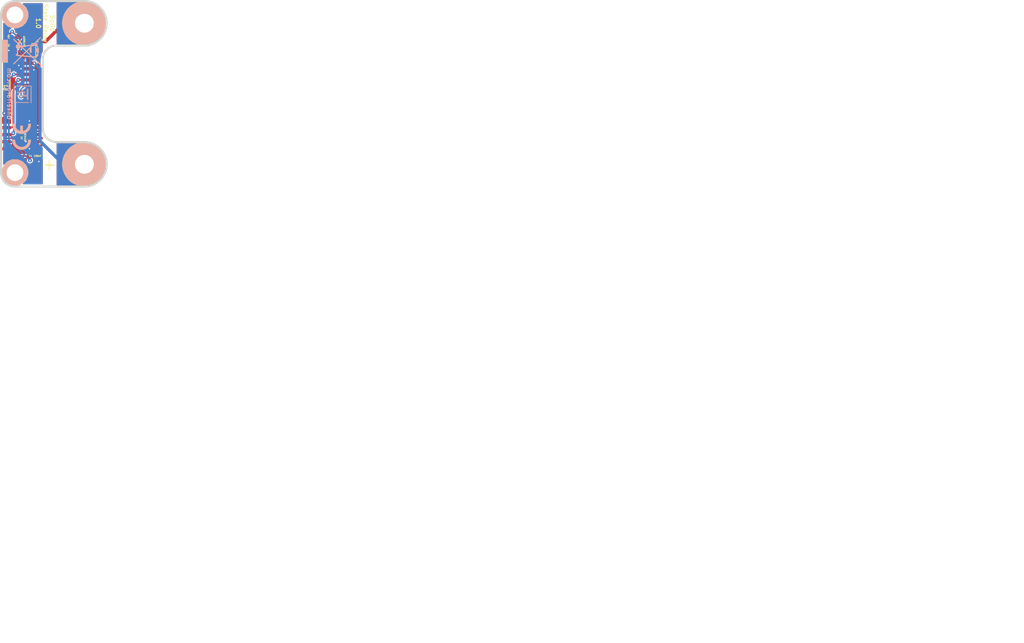
<source format=kicad_pcb>
(kicad_pcb (version 3) (host pcbnew "(2014-06-08 BZR 4933)-product")
  (title_block (title "Solid State Relay Bricklet") (rev 1.0) (company "Tinkerforge GmbH") (comment 1 "Licensed under CERN OHL v.1.1") (comment 2 "Copyright (©) 2014, B.Nordmeyer <bastian@tinkerforge.com>"))
  (layers (15 Vorderseite signal hide) (0 Rückseite signal hide) (18 B.Paste user) (19 F.Paste user) (20 B.SilkS user) (21 F.SilkS user) (22 B.Mask user hide) (23 F.Mask user hide) (28 Edge.Cuts user))
  (net 0 "")
  (net 1 +5V)
  (net 2 GND)
  (net 3 VCC)
  (net 4 "Net-(P1-Pad4)")
  (net 5 "Net-(P1-Pad5)")
  (net 6 "Net-(P1-Pad6)")
  (net 7 "Net-(P1-Pad7)")
  (net 8 "Net-(P1-Pad8)")
  (net 9 "Net-(P1-Pad9)")
  (net 10 "Net-(P1-Pad10)")
  (net 11 "Net-(P2-Pad1)")
  (net 12 "Net-(U1-Pad7)")
  (module SOT23GDS (layer Vorderseite) (at 102.6 56.8 90)
    (fp_text reference Q1 (at 0 -0.825 90) (layer F.SilkS) (effects (font (size 0.3 0.3) (thickness 0.075))))
    (fp_text value 2N7002P (at 0 0 90) (layer F.SilkS) (effects (font (size 0.3 0.3) (thickness 0.075))))
    (pad S smd rect (at -0.889 -1.016 90) (size 0.9144 0.9144) (layers Vorderseite F.Paste F.Mask) (net 2 GND))
    (pad G smd rect (at 0.889 -1.016 90) (size 0.9144 0.9144) (layers Vorderseite F.Paste F.Mask) (net 7 "Net-(P1-Pad7)"))
    (pad D smd rect (at 0 1.016 90) (size 0.9144 0.9144) (layers Vorderseite F.Paste F.Mask) (net 11 "Net-(P2-Pad1)"))
  )
  (module SOIC8 (layer Vorderseite) (at 102.1 74.2 90)
    (fp_text reference U1 (at 0.075 0 90) (layer F.SilkS) (effects (font (size 0.29972 0.29972) (thickness 0.0762))))
    (fp_text value M24C64 (at 0.25 0.65 90) (layer F.SilkS) (effects (font (size 0.29972 0.29972) (thickness 0.0762))))
    (pad 1 smd rect (at -1.90246 2.69748 270) (size 0.59944 1.5494) (layers Vorderseite F.Paste F.Mask) (net 2 GND))
    (pad 2 smd rect (at -0.63246 2.69748 270) (size 0.59944 1.5494) (layers Vorderseite F.Paste F.Mask) (net 2 GND))
    (pad 3 smd rect (at 0.63246 2.69748 270) (size 0.59944 1.5494) (layers Vorderseite F.Paste F.Mask) (net 6 "Net-(P1-Pad6)"))
    (pad 4 smd rect (at 1.90246 2.69748 270) (size 0.59944 1.5494) (layers Vorderseite F.Paste F.Mask) (net 2 GND))
    (pad 5 smd rect (at 1.90246 -2.69748 90) (size 0.59944 1.5494) (layers Vorderseite F.Paste F.Mask) (net 5 "Net-(P1-Pad5)"))
    (pad 6 smd rect (at 0.63246 -2.69748 90) (size 0.59944 1.5494) (layers Vorderseite F.Paste F.Mask) (net 4 "Net-(P1-Pad4)"))
    (pad 7 smd rect (at -0.63246 -2.69748 90) (size 0.59944 1.5494) (layers Vorderseite F.Paste F.Mask) (net 12 "Net-(U1-Pad7)"))
    (pad 8 smd rect (at -1.90246 -2.69748 90) (size 0.59944 1.5494) (layers Vorderseite F.Paste F.Mask) (net 3 VCC))
  )
  (module DRILL_NP (layer Vorderseite) (at 100.9 52)
    (fp_text reference U2 hide)
    (fp_text value DRILL hide)
    (pad "" np_thru_hole circle (at 0 0) (size 2.99974 2.99974) (drill 2.99974) (layers *.Cu *.Mask F.SilkS) (clearance 0.89916))
  )
  (module DRILL_NP (layer Vorderseite) (at 100.9 80.4)
    (fp_text reference U3 hide)
    (fp_text value DRILL hide)
    (pad "" np_thru_hole circle (at 0 0) (size 2.99974 2.99974) (drill 2.99974) (layers *.Cu *.Mask F.SilkS) (clearance 0.89916))
  )
  (module CON-SENSOR (layer Vorderseite) (at 98.4 65.2 270)
    (fp_text reference P1 (at -0.15 -0.8 270) (layer F.SilkS) (effects (font (size 0.59944 0.59944) (thickness 0.12446))))
    (fp_text value CON-SENSOR (at 0 -1.6002 270) (layer F.SilkS) (effects (font (size 0.29972 0.29972) (thickness 0.07112))))
    (pad 1 smd rect (at -4.50088 -4.7752 270) (size 0.59944 1.5494) (layers Vorderseite F.Paste F.Mask) (net 1 +5V))
    (pad 2 smd rect (at -3.50012 -4.7752 270) (size 0.59944 1.5494) (layers Vorderseite F.Paste F.Mask) (net 2 GND))
    (pad 3 smd rect (at -2.49936 -4.7752 270) (size 0.59944 1.5494) (layers Vorderseite F.Paste F.Mask) (net 3 VCC))
    (pad 4 smd rect (at -1.50114 -4.7752 270) (size 0.59944 1.5494) (layers Vorderseite F.Paste F.Mask) (net 4 "Net-(P1-Pad4)"))
    (pad 5 smd rect (at -0.50038 -4.7752 270) (size 0.59944 1.5494) (layers Vorderseite F.Paste F.Mask) (net 5 "Net-(P1-Pad5)"))
    (pad 6 smd rect (at 0.50038 -4.7752 270) (size 0.59944 1.5494) (layers Vorderseite F.Paste F.Mask) (net 6 "Net-(P1-Pad6)"))
    (pad 7 smd rect (at 1.50114 -4.7752 270) (size 0.59944 1.5494) (layers Vorderseite F.Paste F.Mask) (net 7 "Net-(P1-Pad7)"))
    (pad 8 smd rect (at 2.49936 -4.7752 270) (size 0.59944 1.5494) (layers Vorderseite F.Paste F.Mask) (net 8 "Net-(P1-Pad8)"))
    (pad 9 smd rect (at 3.50012 -4.7752 270) (size 0.59944 1.5494) (layers Vorderseite F.Paste F.Mask) (net 9 "Net-(P1-Pad9)"))
    (pad 10 smd rect (at 4.50088 -4.7752 270) (size 0.59944 1.5494) (layers Vorderseite F.Paste F.Mask) (net 10 "Net-(P1-Pad10)"))
    (pad EP smd rect (at -5.79882 -0.89916 270) (size 1.19888 1.80086) (layers Vorderseite F.Paste F.Mask) (net 2 GND))
    (pad EP smd rect (at 5.79882 -0.89916 270) (size 1.19888 1.80086) (layers Vorderseite F.Paste F.Mask) (net 2 GND))
  )
  (module 0603 (layer Vorderseite) (at 104.4 77.4)
    (fp_text reference C1 (at -0.7 0) (layer F.SilkS) (effects (font (size 0.29972 0.29972) (thickness 0.0762))))
    (fp_text value 100nF (at 0.575 0) (layer F.SilkS) (effects (font (size 0.29972 0.29972) (thickness 0.0762))))
    (pad 1 smd rect (at -0.8001 0) (size 0.8001 0.8001) (layers Vorderseite F.Paste F.Mask) (net 3 VCC))
    (pad 2 smd rect (at 0.8001 0) (size 0.8001 0.8001) (layers Vorderseite F.Paste F.Mask) (net 2 GND))
  )
  (module 0603 (layer Vorderseite) (at 99.8 56.8 270)
    (fp_text reference R1 (at 0.65 0 270) (layer F.SilkS) (effects (font (size 0.29972 0.29972) (thickness 0.0762))))
    (fp_text value 10k (at -0.9 0.025 270) (layer F.SilkS) (effects (font (size 0.29972 0.29972) (thickness 0.0762))))
    (pad 1 smd rect (at -0.8001 0 270) (size 0.8001 0.8001) (layers Vorderseite F.Paste F.Mask) (net 7 "Net-(P1-Pad7)"))
    (pad 2 smd rect (at 0.8001 0 270) (size 0.8001 0.8001) (layers Vorderseite F.Paste F.Mask) (net 2 GND))
  )
  (module 0603 (layer Vorderseite) (at 104.9 57.6 90)
    (fp_text reference R2 (at -0.75 0.05 90) (layer F.SilkS) (effects (font (size 0.29972 0.29972) (thickness 0.0762))))
    (fp_text value 1k (at 0.875 0.05 90) (layer F.SilkS) (effects (font (size 0.29972 0.29972) (thickness 0.0762))))
    (pad 1 smd rect (at -0.8001 0 90) (size 0.8001 0.8001) (layers Vorderseite F.Paste F.Mask) (net 1 +5V))
    (pad 2 smd rect (at 0.8001 0 90) (size 0.8001 0.8001) (layers Vorderseite F.Paste F.Mask) (net 11 "Net-(P2-Pad1)"))
  )
  (module Drill_32 (layer Vorderseite) (at 113.4 78.9)
    (fp_text reference P3 hide)
    (fp_text value TST hide)
    (pad 1 thru_hole circle (at 0 0) (size 8 8) (drill 3.4) (layers *.Cu *.SilkS *.Mask) (net 1 +5V))
  )
  (module Drill_32 (layer Vorderseite) (at 113.4 53.5)
    (fp_text reference P2 hide)
    (fp_text value TST hide)
    (pad 1 thru_hole circle (at 0 0) (size 8 8) (drill 3.4) (layers *.Cu *.SilkS *.Mask) (net 11 "Net-(P2-Pad1)"))
  )
  (module Logo_31x31m (layer Rückseite) (at 103.9 64.7 270)
    (fp_text reference G*** hide)
    (fp_text value LOGO hide)
  )
  (module CE_5mm (layer Rückseite) (at 102.1 73.9 90)
    (fp_text reference VAL hide)
    (fp_text value CE_5mm hide)
  )
  (module WEEE_7mm (layer Rückseite) (at 102.1 58.5 270)
    (fp_text reference VAL hide)
    (fp_text value WEEE_7mm hide)
  )
  (gr_text + (at 107.1 78.9) (layer F.SilkS) (effects (font (size 2 2) (thickness 0.3))))
  (gr_text tinkerforge.com (at 99.9 66.2 270) (layer B.SilkS) (effects (font (size 0.8 0.8)) (justify mirror)))
  (gr_line (start 98.4 80.4) (end 98.4 52) (angle 90) (layer Edge.Cuts) (width 0.381))
  (gr_line (start 105.9 72.4) (end 105.9 60) (angle 90) (layer Edge.Cuts) (width 0.381))
  (gr_line (start 113.4 57.5) (end 108.4 57.5) (angle 90) (layer Edge.Cuts) (width 0.381))
  (gr_arc (start 108.4 60) (end 105.9 60) (angle 90) (layer Edge.Cuts) (width 0.381))
  (gr_line (start 113.4 74.9) (end 108.4 74.9) (angle 90) (layer Edge.Cuts) (width 0.381))
  (gr_arc (start 108.4 72.4) (end 108.4 74.9) (angle 90) (layer Edge.Cuts) (width 0.381))
  (gr_arc (start 113.4 78.9) (end 117.4 78.9) (angle 90) (layer Edge.Cuts) (width 0.381))
  (gr_arc (start 113.4 78.9) (end 113.4 74.9) (angle 90) (layer Edge.Cuts) (width 0.381))
  (gr_arc (start 113.4 53.5) (end 113.4 49.5) (angle 90) (layer Edge.Cuts) (width 0.381))
  (gr_arc (start 113.4 53.5) (end 117.4 53.5) (angle 90) (layer Edge.Cuts) (width 0.381))
  (gr_line (start 113.4 82.9) (end 100.9 82.9) (angle 90) (layer Edge.Cuts) (width 0.381))
  (gr_line (start 113.4 49.5) (end 100.9 49.5) (angle 90) (layer Edge.Cuts) (width 0.381))
  (gr_arc (start 100.9 52) (end 98.4 52) (angle 90) (layer Edge.Cuts) (width 0.381))
  (gr_arc (start 100.9 80.4) (end 100.9 82.9) (angle 90) (layer Edge.Cuts) (width 0.381))
  (gr_text "Solid\nState Relay\n1.0" (at 106.4 53.5 270) (layer F.SilkS) (effects (font (size 0.8 0.8))))
  (segment (start 103.1752 60.69912) (end 103.1752 59.7248) (width 0.59944) (layer Vorderseite) (net 1))
  (segment (start 104.4999 58.4001) (end 104.9 58.4001) (width 0.59944) (layer Vorderseite) (net 1))
  (segment (start 103.1752 59.7248) (end 104.4999 58.4001) (width 0.59944) (layer Vorderseite) (net 1))
  (segment (start 103.1752 60.69912) (end 104.39912 60.69912) (width 0.59944) (layer Vorderseite) (net 1))
  (segment (start 105.4 74.7) (end 109.6 78.9) (width 0.59944) (layer Rückseite) (net 1))
  (segment (start 105.4 61.7) (end 105.4 74.7) (width 0.59944) (layer Rückseite) (net 1))
  (segment (start 104.4 60.7) (end 105.4 61.7) (width 0.59944) (layer Rückseite) (net 1))
  (via (at 104.4 60.7) (size 0.70104) (layers Vorderseite Rückseite) (net 1))
  (segment (start 104.39912 60.69912) (end 104.4 60.7) (width 0.59944) (layer Vorderseite) (net 1))
  (segment (start 109.6 78.9) (end 113.4 78.9) (width 0.59944) (layer Rückseite) (net 1))
  (segment (start 113.4 78.9) (end 109.9 78.9) (width 0.59944) (layer Vorderseite) (net 1))
  (segment (start 104.79748 74.83246) (end 102.93246 74.83246) (width 0.29972) (layer Vorderseite) (net 2))
  (segment (start 102.9 74.8) (end 103.4 74.8) (width 0.29972) (layer Rückseite) (net 2))
  (via (at 102.9 74.8) (size 0.70104) (layers Vorderseite Rückseite) (net 2))
  (segment (start 102.93246 74.83246) (end 102.9 74.8) (width 0.29972) (layer Vorderseite) (net 2))
  (segment (start 104.79748 72.29754) (end 104.79748 72.09748) (width 0.29972) (layer Vorderseite) (net 2))
  (segment (start 104.79748 72.09748) (end 103.8 71.1) (width 0.29972) (layer Vorderseite) (net 2))
  (segment (start 103.8 71.1) (end 103.5 71.1) (width 0.29972) (layer Vorderseite) (net 2))
  (via (at 103.5 71.1) (size 0.70104) (layers Vorderseite Rückseite) (net 2))
  (segment (start 104.3 61.9) (end 104.3 68.9) (width 0.29972) (layer Rückseite) (net 2))
  (segment (start 104.09988 61.69988) (end 104.3 61.9) (width 0.59944) (layer Vorderseite) (net 2))
  (via (at 104.3 61.9) (size 0.70104) (layers Vorderseite Rückseite) (net 2))
  (segment (start 103.1752 61.69988) (end 104.09988 61.69988) (width 0.59944) (layer Vorderseite) (net 2))
  (segment (start 103.5 69.7) (end 103.5 72.3) (width 0.29972) (layer Rückseite) (net 2))
  (segment (start 104.3 68.9) (end 103.5 69.7) (width 0.29972) (layer Rückseite) (net 2))
  (via (at 102 61.7) (size 0.70104) (layers Vorderseite Rückseite) (net 2))
  (segment (start 99.29916 70.99882) (end 99.29916 69.99916) (width 0.29972) (layer Vorderseite) (net 2))
  (segment (start 100 61.1) (end 101.6 61.1) (width 0.29972) (layer Rückseite) (net 2))
  (segment (start 99.1 62) (end 100 61.1) (width 0.29972) (layer Rückseite) (net 2))
  (segment (start 99.1 66) (end 99.1 62) (width 0.29972) (layer Rückseite) (net 2))
  (segment (start 99 66.1) (end 99.1 66) (width 0.29972) (layer Rückseite) (net 2))
  (segment (start 99 69.7) (end 99 66.1) (width 0.29972) (layer Rückseite) (net 2))
  (via (at 99 69.7) (size 0.70104) (layers Vorderseite Rückseite) (net 2))
  (segment (start 99.29916 69.99916) (end 99 69.7) (width 0.29972) (layer Vorderseite) (net 2))
  (segment (start 105.2 78.4) (end 105.2 77.8) (width 0.29972) (layer Rückseite) (net 2))
  (segment (start 105.2001 78.3999) (end 105.2 78.4) (width 0.29972) (layer Vorderseite) (net 2))
  (via (at 105.2 78.4) (size 0.70104) (layers Vorderseite Rückseite) (net 2))
  (segment (start 105.2001 77.4) (end 105.2001 78.3999) (width 0.29972) (layer Vorderseite) (net 2))
  (segment (start 105.2 77.8) (end 103.5 76.1) (width 0.29972) (layer Rückseite) (net 2))
  (segment (start 103.5 74.8) (end 103.5 76.1) (width 0.29972) (layer Rückseite) (net 2))
  (segment (start 103.50246 76.10246) (end 103.5 76.1) (width 0.29972) (layer Vorderseite) (net 2))
  (via (at 103.5 76.1) (size 0.70104) (layers Vorderseite Rückseite) (net 2))
  (segment (start 103.50246 76.10246) (end 104.79748 76.10246) (width 0.29972) (layer Vorderseite) (net 2))
  (segment (start 103.5 72.3) (end 103.5 74.8) (width 0.29972) (layer Rückseite) (net 2))
  (segment (start 101.6 61.1) (end 101.6 60.2) (width 0.29972) (layer Rückseite) (net 2))
  (via (at 99.8 58.4) (size 0.70104) (layers Vorderseite Rückseite) (net 2))
  (segment (start 99.8 58.4) (end 99.8 57.6001) (width 0.59944) (layer Vorderseite) (net 2))
  (via (at 101.6 61.1) (size 0.70104) (layers Vorderseite Rückseite) (net 2))
  (segment (start 101.6 60.2) (end 99.8 58.4) (width 0.29972) (layer Rückseite) (net 2))
  (segment (start 99.29916 59.40118) (end 99.90118 59.40118) (width 0.29972) (layer Vorderseite) (net 2))
  (segment (start 99.90118 59.40118) (end 101.6 61.1) (width 0.29972) (layer Vorderseite) (net 2))
  (segment (start 102 61.7) (end 102 61.5) (width 0.59944) (layer Vorderseite) (net 2))
  (segment (start 102 61.5) (end 101.6 61.1) (width 0.59944) (layer Vorderseite) (net 2))
  (segment (start 102.00012 61.69988) (end 102 61.7) (width 0.59944) (layer Vorderseite) (net 2))
  (segment (start 103.1752 61.69988) (end 102.00012 61.69988) (width 0.59944) (layer Vorderseite) (net 2))
  (segment (start 101.584 57.689) (end 99.8889 57.689) (width 0.59944) (layer Vorderseite) (net 2))
  (segment (start 99.8889 57.689) (end 99.8 57.6001) (width 0.59944) (layer Vorderseite) (net 2))
  (segment (start 103.5999 77.4) (end 103.5999 78.1999) (width 0.29972) (layer Vorderseite) (net 3))
  (segment (start 100.70064 62.70064) (end 103.1752 62.70064) (width 0.29972) (layer Vorderseite) (net 3))
  (segment (start 100.7 62.7) (end 100.70064 62.70064) (width 0.29972) (layer Vorderseite) (net 3))
  (via (at 100.7 62.7) (size 0.70104) (layers Vorderseite Rückseite) (net 3))
  (segment (start 99.8 63.6) (end 100.7 62.7) (width 0.29972) (layer Rückseite) (net 3))
  (segment (start 99.8 74.4) (end 99.8 63.6) (width 0.29972) (layer Rückseite) (net 3))
  (segment (start 103.6 78.2) (end 99.8 74.4) (width 0.29972) (layer Rückseite) (net 3))
  (via (at 103.6 78.2) (size 0.70104) (layers Vorderseite Rückseite) (net 3))
  (segment (start 103.5999 78.1999) (end 103.6 78.2) (width 0.29972) (layer Vorderseite) (net 3))
  (segment (start 103.5999 77.4) (end 101.7 77.4) (width 0.29972) (layer Vorderseite) (net 3))
  (segment (start 100.40246 76.10246) (end 99.40252 76.10246) (width 0.29972) (layer Vorderseite) (net 3))
  (segment (start 101.7 77.4) (end 100.40246 76.10246) (width 0.29972) (layer Vorderseite) (net 3))
  (segment (start 99.40252 73.56754) (end 100.33246 73.56754) (width 0.29972) (layer Vorderseite) (net 4))
  (segment (start 101.50114 63.69886) (end 103.1752 63.69886) (width 0.29972) (layer Vorderseite) (net 4))
  (segment (start 101.5 63.7) (end 101.50114 63.69886) (width 0.29972) (layer Vorderseite) (net 4))
  (via (at 101.5 63.7) (size 0.70104) (layers Vorderseite Rückseite) (net 4))
  (segment (start 100.7 64.5) (end 101.5 63.7) (width 0.29972) (layer Rückseite) (net 4))
  (segment (start 100.7 73.2) (end 100.7 64.5) (width 0.29972) (layer Rückseite) (net 4))
  (segment (start 100.6 73.3) (end 100.7 73.2) (width 0.29972) (layer Rückseite) (net 4))
  (via (at 100.6 73.3) (size 0.70104) (layers Vorderseite Rückseite) (net 4))
  (segment (start 100.33246 73.56754) (end 100.6 73.3) (width 0.29972) (layer Vorderseite) (net 4))
  (segment (start 99.40252 72.29754) (end 100.30246 72.29754) (width 0.29972) (layer Vorderseite) (net 5))
  (segment (start 101.60038 64.69962) (end 103.1752 64.69962) (width 0.29972) (layer Vorderseite) (net 5))
  (segment (start 100.6 65.7) (end 101.60038 64.69962) (width 0.29972) (layer Vorderseite) (net 5))
  (segment (start 100.6 72) (end 100.6 65.7) (width 0.29972) (layer Vorderseite) (net 5))
  (segment (start 100.30246 72.29754) (end 100.6 72) (width 0.29972) (layer Vorderseite) (net 5))
  (segment (start 103.1752 65.70038) (end 101.89962 65.70038) (width 0.29972) (layer Vorderseite) (net 6))
  (segment (start 102.06754 73.56754) (end 104.79748 73.56754) (width 0.29972) (layer Vorderseite) (net 6))
  (segment (start 101.2 72.7) (end 102.06754 73.56754) (width 0.29972) (layer Vorderseite) (net 6))
  (segment (start 101.2 66.4) (end 101.2 72.7) (width 0.29972) (layer Vorderseite) (net 6))
  (segment (start 101.89962 65.70038) (end 101.2 66.4) (width 0.29972) (layer Vorderseite) (net 6))
  (segment (start 103.1752 65.59886) (end 103.80114 65.59886) (width 0.29972) (layer Vorderseite) (net 6))
  (segment (start 102 66.7) (end 102 65.4) (width 0.29972) (layer Rückseite) (net 7))
  (segment (start 102.00114 66.70114) (end 102 66.7) (width 0.29972) (layer Vorderseite) (net 7))
  (via (at 102 66.7) (size 0.70104) (layers Vorderseite Rückseite) (net 7))
  (segment (start 103.1752 66.70114) (end 102.00114 66.70114) (width 0.29972) (layer Vorderseite) (net 7))
  (segment (start 100.4 55) (end 99.8 55.6) (width 0.29972) (layer Vorderseite) (net 7))
  (via (at 100.4 55) (size 0.70104) (layers Vorderseite Rückseite) (net 7))
  (segment (start 101.8 56.4) (end 100.4 55) (width 0.29972) (layer Rückseite) (net 7))
  (segment (start 101.8 58.7) (end 101.8 56.4) (width 0.29972) (layer Rückseite) (net 7))
  (segment (start 103 59.9) (end 101.8 58.7) (width 0.29972) (layer Rückseite) (net 7))
  (segment (start 103 64.4) (end 103 59.9) (width 0.29972) (layer Rückseite) (net 7))
  (segment (start 102 65.4) (end 103 64.4) (width 0.29972) (layer Rückseite) (net 7))
  (segment (start 99.8 55.6) (end 99.8 55.9999) (width 0.29972) (layer Vorderseite) (net 7))
  (segment (start 99.8 55.9999) (end 101.4951 55.9999) (width 0.29972) (layer Vorderseite) (net 7))
  (segment (start 101.4951 55.9999) (end 101.584 55.911) (width 0.29972) (layer Vorderseite) (net 7))
  (segment (start 104.9 56.7999) (end 106.4001 56.7999) (width 0.59944) (layer Vorderseite) (net 11))
  (segment (start 106.4001 56.7999) (end 109.7 53.5) (width 0.59944) (layer Vorderseite) (net 11))
  (segment (start 109.7 53.5) (end 113.4 53.5) (width 0.59944) (layer Vorderseite) (net 11))
  (segment (start 103.616 56.8) (end 104.8999 56.8) (width 0.59944) (layer Vorderseite) (net 11))
  (segment (start 104.8999 56.8) (end 104.9 56.7999) (width 0.59944) (layer Vorderseite) (net 11))
  (segment (start 103.6001 56.8159) (end 103.616 56.8) (width 0.59944) (layer Vorderseite) (net 11))
  (zone (net 1) (net_name +5V) (layer Vorderseite) (connect_pads yes (clearance 0)) (min_thickness 0.2) (fill yes (arc_segments 16) (thermal_gap 0.2) (thermal_bridge_width 0.3))
    (polygon (pts (xy 108.4 74.9) (xy 108.4 82.9) (xy 117.6 82.9) (xy 117.6 74.9)))
  )
  (zone (net 1) (net_name +5V) (layer Rückseite) (connect_pads yes (clearance 0)) (min_thickness 0.2) (fill yes (arc_segments 16) (thermal_gap 0.2) (thermal_bridge_width 0.3))
    (polygon (pts (xy 117.6 74.9) (xy 108.4 74.9) (xy 108.4 82.9) (xy 117.6 82.9)))
  )
  (zone (net 11) (net_name "Net-(P2-Pad1)") (layer Rückseite) (connect_pads yes (clearance 0)) (min_thickness 0.2) (fill yes (arc_segments 16) (thermal_gap 0.2) (thermal_bridge_width 0.3))
    (polygon (pts (xy 108.4 57.5) (xy 117.6 57.5) (xy 117.6 49.5) (xy 108.4 49.5)))
  )
  (zone (net 11) (net_name "Net-(P2-Pad1)") (layer Vorderseite) (connect_pads yes (clearance 0)) (min_thickness 0.2) (fill yes (arc_segments 16) (thermal_gap 0.2) (thermal_bridge_width 0.3))
    (polygon (pts (xy 117.6 49.5) (xy 108.4 49.5) (xy 108.4 57.5) (xy 117.6 57.5)))
  )
  (zone (net 2) (net_name GND) (layer Rückseite) (connect_pads no (clearance 0.2)) (min_thickness 0.2) (fill yes (arc_segments 16) (thermal_gap 0.2) (thermal_bridge_width 0.3))
    (polygon (pts (xy 105.9 82.9) (xy 105.9 49.5) (xy 98.4 49.5) (xy 98.4 82.9)))
  )
  (zone (net 2) (net_name GND) (layer Vorderseite) (connect_pads no (clearance 0.2)) (min_thickness 0.2) (fill yes (arc_segments 16) (thermal_gap 0.2) (thermal_bridge_width 0.3))
    (polygon (pts (xy 98.4 82.9) (xy 105.9 82.9) (xy 105.9 49.5) (xy 98.4 49.5)))
  )
)
</source>
